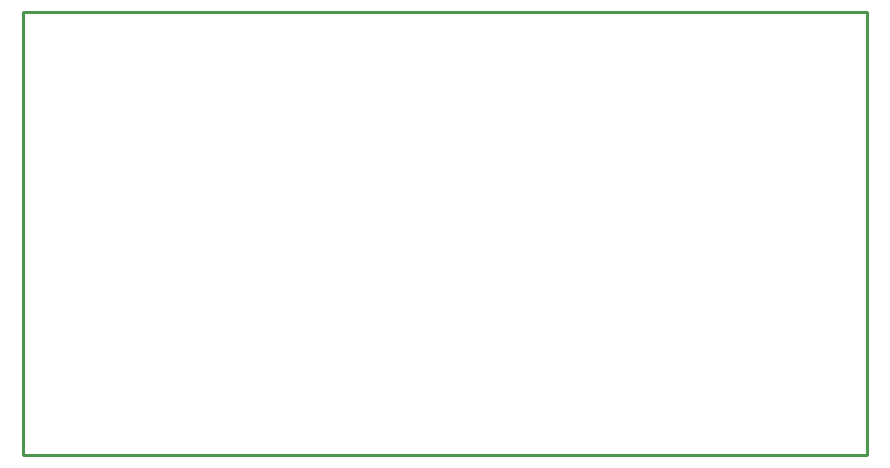
<source format=gko>
G04*
G04 #@! TF.GenerationSoftware,Altium Limited,Altium Designer,20.0.10 (225)*
G04*
G04 Layer_Color=16711935*
%FSLAX25Y25*%
%MOIN*%
G70*
G01*
G75*
%ADD40C,0.01000*%
D40*
X0Y0D02*
Y147638D01*
X281496D01*
X281496Y0D02*
X281496Y147638D01*
X0Y0D02*
X281496D01*
M02*

</source>
